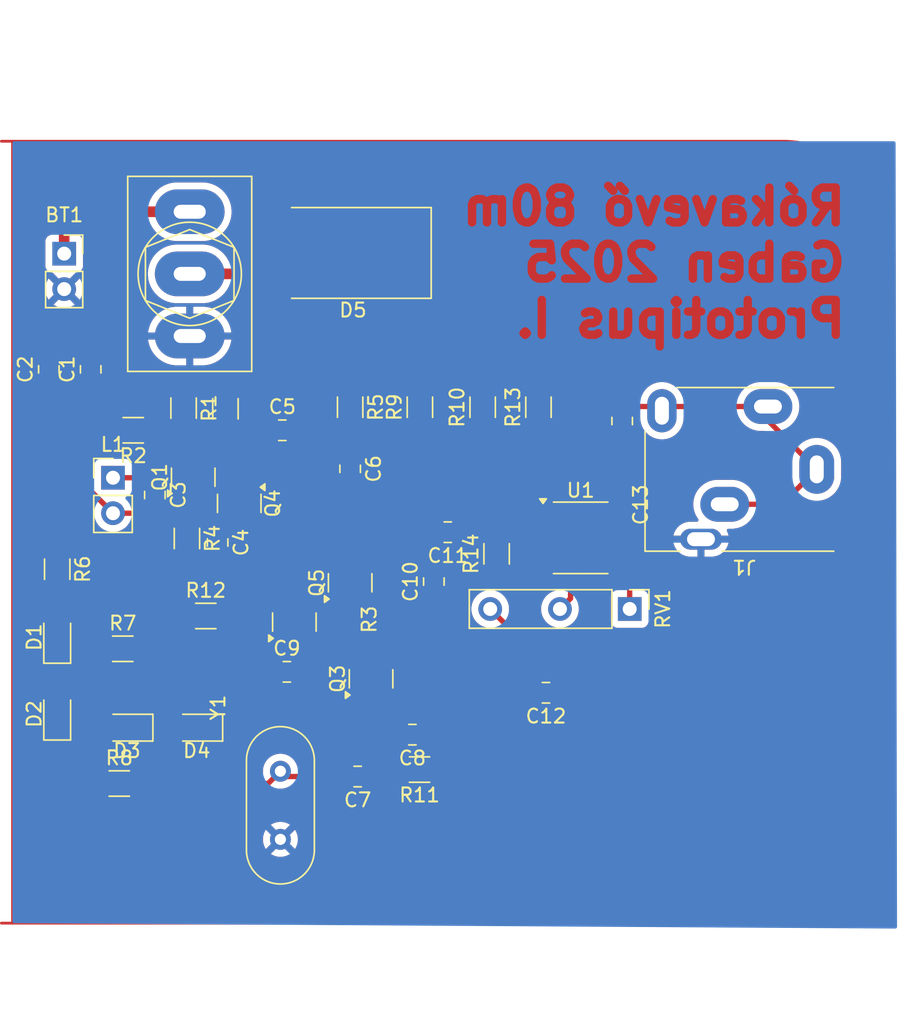
<source format=kicad_pcb>
(kicad_pcb (version 20241229) (generator "pcbnew") (generator_version "9.0")
  (layers (0 "F.Cu" signal) (2 "B.Cu" signal) (13 "F.Paste" user) (15 "B.Paste" user) (5 "F.SilkS" user "F.Silkscreen") (7 "B.SilkS" user "B.Silkscreen") (1 "F.Mask" user) (3 "B.Mask" user) (25 "Edge.Cuts" user))
  (net 0 "")
  (net 1 "Net-(D5-K)")
  (net 2 "GND")
  (net 3 "/RF BPF")
  (net 4 "/ANT")
  (net 5 "/LNA")
  (net 6 "Net-(Q2-B)")
  (net 7 "Net-(Q1-C)")
  (net 8 "/SBM")
  (net 9 "Net-(Q3-B)")
  (net 10 "Net-(Q3-E)")
  (net 11 "Net-(Q5-C)")
  (net 12 "Net-(U1A-+)")
  (net 13 "Net-(C12-Pad1)")
  (net 14 "Net-(U1B--)")
  (net 15 "Net-(C13-Pad2)")
  (net 16 "Net-(D1-K)")
  (net 17 "Net-(D1-A)")
  (net 18 "Net-(D2-K)")
  (net 19 "Net-(D3-K)")
  (net 20 "Net-(D5-A)")
  (net 21 "Net-(Q2-E)")
  (net 22 "Net-(U1A--)")
  (net 23 "Net-(U1B-+)")
  (net 24 "Net-(BT1-+)")
  (footprint "Capacitor_SMD:C_0805_2012Metric_Pad1.18x1.45mm_HandSolder" (layer "F.Cu") (at 131.2 101 180)
    (property "Reference" "C11" (at 0 -1.68 0) (layer "F.SilkS"))
    (property "Value" "223")
    (fp_line (start -0.261252 0.735) (end 0.261252 0.735) (stroke (width 0.12)) (layer "F.SilkS"))
    (fp_line (start -0.261252 -0.735) (end 0.261252 -0.735) (stroke (width 0.12)) (layer "F.SilkS"))
    (pad "1" smd roundrect (at -1.0375 0 180) (size 1.175 1.45) (layers "F.Cu" "F.Mask" "F.Paste") (roundrect_rratio 0.212766) (net 12 "Net-(U1A-+)"))
    (pad "2" smd roundrect (at 1.0375 0 180) (size 1.175 1.45) (layers "F.Cu" "F.Mask" "F.Paste") (roundrect_rratio 0.212766) (net 11 "Net-(Q5-C)"))
  )
  (footprint "Diode_SMD:D_SMB-SMC_Universal_Handsoldering" (layer "F.Cu") (at 124.4 81 180)
    (property "Reference" "D5" (at 0 -4.1 0) (layer "F.SilkS"))
    (property "Value" "4148")
    (fp_line (start -5.61 3.25) (end 4.4 3.25) (stroke (width 0.12)) (layer "F.SilkS"))
    (fp_line (start -5.61 3.25) (end -5.61 -3.25) (stroke (width 0.12)) (layer "F.SilkS"))
    (fp_line (start -5.61 -3.25) (end 4.4 -3.25) (stroke (width 0.12)) (layer "F.SilkS"))
    (pad "1" smd trapezoid (at -3.2 0 180) (size 4.3 2.6) (rect_delta 1 0) (layers "F.Cu" "F.Mask" "F.Paste") (net 1 "Net-(D5-K)"))
    (pad "2" smd trapezoid (at 3.2 0) (size 4.3 2.6) (rect_delta 1 0) (layers "F.Cu" "F.Mask" "F.Paste") (net 20 "Net-(D5-A)"))
  )
  (footprint "Connector_Audio:Jack_3.5mm_CUI_SJ1-3515N_Horizontal" (layer "F.Cu") (at 157.65 96.5 180)
    (property "Reference" "J1" (at 5.2 -7 180) (layer "F.SilkS"))
    (property "Value" "AudioJack2_Ground_Switch")
    (fp_line (start 12.31 -5.86) (end 12.31 2.7) (stroke (width 0.12)) (layer "F.SilkS"))
    (fp_line (start 12.31 -5.86) (end 9.8 -5.86) (stroke (width 0.12)) (layer "F.SilkS"))
    (fp_line (start 10 5.86) (end -1.2192 5.86) (stroke (width 0.12)) (layer "F.SilkS"))
    (fp_line (start 6.8 -5.86) (end -1.2192 -5.86) (stroke (width 0.12)) (layer "F.SilkS"))
    (pad "R" thru_hole oval (at 8.3 -5 180) (size 3 1.5) (drill oval 2 1) (layers "*.Cu" "*.Mask") (net 2 "GND"))
    (pad "RN" thru_hole oval (at 6.6 -2.5 180) (size 3.5 2.5) (drill oval 2 1) (layers "*.Cu" "*.Mask") (net 15 "Net-(C13-Pad2)"))
    (pad "S" thru_hole oval (at 0 0 90) (size 3.5 2.5) (drill oval 2 1) (layers "*.Cu" "*.Mask") (net 15 "Net-(C13-Pad2)"))
    (pad "T" thru_hole oval (at 3.5 4.5 180) (size 3.5 2.5) (drill oval 2 1) (layers "*.Cu" "*.Mask") (net 15 "Net-(C13-Pad2)"))
    (pad "TN" thru_hole oval (at 11.1 4.2 270) (size 3.1 2.1) (drill oval 2 1) (layers "*.Cu" "*.Mask") (net 15 "Net-(C13-Pad2)"))
  )
  (footprint "Diode_SMD:D_0805_2012Metric_Pad1.15x1.40mm_HandSolder" (layer "F.Cu") (at 103.2 108.525 90)
    (property "Reference" "D1" (at 0 -1.65 90) (layer "F.SilkS"))
    (property "Value" "4148")
    (fp_line (start 1 -0.96) (end -1.86 -0.96) (stroke (width 0.12)) (layer "F.SilkS"))
    (fp_line (start -1.86 -0.96) (end -1.86 0.96) (stroke (width 0.12)) (layer "F.SilkS"))
    (fp_line (start -1.86 0.96) (end 1 0.96) (stroke (width 0.12)) (layer "F.SilkS"))
    (pad "1" smd roundrect (at -1.025 0 90) (size 1.15 1.4) (layers "F.Cu" "F.Mask" "F.Paste") (roundrect_rratio 0.217391) (net 16 "Net-(D1-K)"))
    (pad "2" smd roundrect (at 1.025 0 90) (size 1.15 1.4) (layers "F.Cu" "F.Mask" "F.Paste") (roundrect_rratio 0.217391) (net 17 "Net-(D1-A)"))
  )
  (footprint "Capacitor_SMD:C_0805_2012Metric_Pad1.18x1.45mm_HandSolder" (layer "F.Cu") (at 130.2 104.5375 90)
    (property "Reference" "C10" (at 0 -1.68 90) (layer "F.SilkS"))
    (property "Value" "223")
    (fp_line (start -0.261252 -0.735) (end 0.261252 -0.735) (stroke (width 0.12)) (layer "F.SilkS"))
    (fp_line (start -0.261252 0.735) (end 0.261252 0.735) (stroke (width 0.12)) (layer "F.SilkS"))
    (pad "1" smd roundrect (at -1.0375 0 90) (size 1.175 1.45) (layers "F.Cu" "F.Mask" "F.Paste") (roundrect_rratio 0.212766) (net 2 "GND"))
    (pad "2" smd roundrect (at 1.0375 0 90) (size 1.175 1.45) (layers "F.Cu" "F.Mask" "F.Paste") (roundrect_rratio 0.212766) (net 11 "Net-(Q5-C)"))
  )
  (footprint "Capacitor_SMD:C_0805_2012Metric_Pad1.18x1.45mm_HandSolder" (layer "F.Cu") (at 105.6 89.3375 90)
    (property "Reference" "C1" (at 0 -1.68 90) (layer "F.SilkS"))
    (property "Value" "476")
    (fp_line (start -0.261252 -0.735) (end 0.261252 -0.735) (stroke (width 0.12)) (layer "F.SilkS"))
    (fp_line (start -0.261252 0.735) (end 0.261252 0.735) (stroke (width 0.12)) (layer "F.SilkS"))
    (pad "1" smd roundrect (at -1.0375 0 90) (size 1.175 1.45) (layers "F.Cu" "F.Mask" "F.Paste") (roundrect_rratio 0.212766) (net 1 "Net-(D5-K)"))
    (pad "2" smd roundrect (at 1.0375 0 90) (size 1.175 1.45) (layers "F.Cu" "F.Mask" "F.Paste") (roundrect_rratio 0.212766) (net 2 "GND"))
  )
  (footprint "Resistor_SMD:R_1206_3216Metric_Pad1.30x1.75mm_HandSolder" (layer "F.Cu") (at 129.2 92.05 90)
    (property "Reference" "R9" (at 0 -1.83 90) (layer "F.SilkS"))
    (property "Value" "222")
    (fp_line (start -0.727064 -0.91) (end 0.727064 -0.91) (stroke (width 0.12)) (layer "F.SilkS"))
    (fp_line (start -0.727064 0.91) (end 0.727064 0.91) (stroke (width 0.12)) (layer "F.SilkS"))
    (pad "1" smd roundrect (at -1.55 0 90) (size 1.3 1.75) (layers "F.Cu" "F.Mask" "F.Paste") (roundrect_rratio 0.192308) (net 8 "/SBM"))
    (pad "2" smd roundrect (at 1.55 0 90) (size 1.3 1.75) (layers "F.Cu" "F.Mask" "F.Paste") (roundrect_rratio 0.192308) (net 1 "Net-(D5-K)"))
  )
  (footprint "Resistor_SMD:R_1206_3216Metric_Pad1.30x1.75mm_HandSolder" (layer "F.Cu") (at 103.2 103.65 -90)
    (property "Reference" "R6" (at 0 -1.83 90) (layer "F.SilkS"))
    (property "Value" "103")
    (fp_line (start -0.727064 0.91) (end 0.727064 0.91) (stroke (width 0.12)) (layer "F.SilkS"))
    (fp_line (start -0.727064 -0.91) (end 0.727064 -0.91) (stroke (width 0.12)) (layer "F.SilkS"))
    (pad "1" smd roundrect (at -1.55 0 270) (size 1.3 1.75) (layers "F.Cu" "F.Mask" "F.Paste") (roundrect_rratio 0.192308) (net 1 "Net-(D5-K)"))
    (pad "2" smd roundrect (at 1.55 0 270) (size 1.3 1.75) (layers "F.Cu" "F.Mask" "F.Paste") (roundrect_rratio 0.192308) (net 17 "Net-(D1-A)"))
  )
  (footprint "Resistor_SMD:R_1206_3216Metric_Pad1.30x1.75mm_HandSolder" (layer "F.Cu") (at 129.175 118 180)
    (property "Reference" "R11" (at 0 -1.83 0) (layer "F.SilkS"))
    (property "Value" "102")
    (fp_line (start -0.727064 0.91) (end 0.727064 0.91) (stroke (width 0.12)) (layer "F.SilkS"))
    (fp_line (start -0.727064 -0.91) (end 0.727064 -0.91) (stroke (width 0.12)) (layer "F.SilkS"))
    (pad "1" smd roundrect (at -1.55 0 180) (size 1.3 1.75) (layers "F.Cu" "F.Mask" "F.Paste") (roundrect_rratio 0.192308) (net 2 "GND"))
    (pad "2" smd roundrect (at 1.55 0 180) (size 1.3 1.75) (layers "F.Cu" "F.Mask" "F.Paste") (roundrect_rratio 0.192308) (net 10 "Net-(Q3-E)"))
  )
  (footprint "Resistor_SMD:R_1206_3216Metric_Pad1.30x1.75mm_HandSolder" (layer "F.Cu") (at 112.5 101.45 -90)
    (property "Reference" "R4" (at 0 -1.83 90) (layer "F.SilkS"))
    (property "Value" "222")
    (fp_line (start -0.727064 0.91) (end 0.727064 0.91) (stroke (width 0.12)) (layer "F.SilkS"))
    (fp_line (start -0.727064 -0.91) (end 0.727064 -0.91) (stroke (width 0.12)) (layer "F.SilkS"))
    (pad "1" smd roundrect (at -1.55 0 270) (size 1.3 1.75) (layers "F.Cu" "F.Mask" "F.Paste") (roundrect_rratio 0.192308) (net 5 "/LNA"))
    (pad "2" smd roundrect (at 1.55 0 270) (size 1.3 1.75) (layers "F.Cu" "F.Mask" "F.Paste") (roundrect_rratio 0.192308) (net 2 "GND"))
  )
  (footprint "Package_TO_SOT_SMD:SOT-23" (layer "F.Cu") (at 120.2 107.4375 90)
    (property "Reference" "Q2" (hide yes))
    (property "Value" "BC847")
    (fp_line (start 0 -1.56) (end 0.65 -1.56) (stroke (width 0.12)) (layer "F.SilkS"))
    (fp_line (start 0 -1.56) (end -0.65 -1.56) (stroke (width 0.12)) (layer "F.SilkS"))
    (fp_line (start 0 1.56) (end 0.65 1.56) (stroke (width 0.12)) (layer "F.SilkS"))
    (fp_line (start 0 1.56) (end -0.65 1.56) (stroke (width 0.12)) (layer "F.SilkS"))
    (fp_poly (pts (xy -1.1625 -1.51) (xy -1.4025 -1.84) (xy -0.9225 -1.84)) (stroke (width 0.12)) (fill yes) (layer "F.SilkS"))
    (pad "1" smd roundrect (at -0.9375 -0.95 90) (size 1.475 0.6) (layers "F.Cu" "F.Mask" "F.Paste") (net 6 "Net-(Q2-B)"))
    (pad "2" smd roundrect (at -0.9375 0.95 90) (size 1.475 0.6) (layers "F.Cu" "F.Mask" "F.Paste") (net 21 "Net-(Q2-E)"))
    (pad "3" smd roundrect (at 0.9375 0 90) (size 1.475 0.6) (layers "F.Cu" "F.Mask" "F.Paste") (net 8 "/SBM"))
  )
  (footprint "Capacitor_SMD:C_0805_2012Metric_Pad1.18x1.45mm_HandSolder" (layer "F.Cu") (at 114.7 101.7375 -90)
    (property "Reference" "C4" (at 0 -1.68 90) (layer "F.SilkS"))
    (property "Value" "223")
    (fp_line (start -0.261252 0.735) (end 0.261252 0.735) (stroke (width 0.12)) (layer "F.SilkS"))
    (fp_line (start -0.261252 -0.735) (end 0.261252 -0.735) (stroke (width 0.12)) (layer "F.SilkS"))
    (pad "1" smd roundrect (at -1.0375 0 270) (size 1.175 1.45) (layers "F.Cu" "F.Mask" "F.Paste") (roundrect_rratio 0.212766) (net 5 "/LNA"))
    (pad "2" smd roundrect (at 1.0375 0 270) (size 1.175 1.45) (layers "F.Cu" "F.Mask" "F.Paste") (roundrect_rratio 0.212766) (net 2 "GND"))
  )
  (footprint "Package_TO_SOT_SMD:SOT-23" (layer "F.Cu") (at 125.7 111.5 90)
    (property "Reference" "Q3" (at 0 -2.4 90) (layer "F.SilkS"))
    (property "Value" "BC847")
    (fp_line (start 0 -1.56) (end 0.65 -1.56) (stroke (width 0.12)) (layer "F.SilkS"))
    (fp_line (start 0 -1.56) (end -0.65 -1.56) (stroke (width 0.12)) (layer "F.SilkS"))
    (fp_line (start 0 1.56) (end 0.65 1.56) (stroke (width 0.12)) (layer "F.SilkS"))
    (fp_line (start 0 1.56) (end -0.65 1.56) (stroke (width 0.12)) (layer "F.SilkS"))
    (fp_poly (pts (xy -1.1625 -1.51) (xy -1.4025 -1.84) (xy -0.9225 -1.84)) (stroke (width 0.12)) (fill yes) (layer "F.SilkS"))
    (pad "1" smd roundrect (at -0.9375 -0.95 90) (size 1.475 0.6) (layers "F.Cu" "F.Mask" "F.Paste") (net 9 "Net-(Q3-B)"))
    (pad "2" smd roundrect (at -0.9375 0.95 90) (size 1.475 0.6) (layers "F.Cu" "F.Mask" "F.Paste") (net 10 "Net-(Q3-E)"))
    (pad "3" smd roundrect (at 0.9375 0 90) (size 1.475 0.6) (layers "F.Cu" "F.Mask" "F.Paste") (net 21 "Net-(Q2-E)"))
  )
  (footprint "Capacitor_SMD:C_0805_2012Metric_Pad1.18x1.45mm_HandSolder" (layer "F.Cu") (at 119.6625 111)
    (property "Reference" "C9" (at 0 -1.68 0) (layer "F.SilkS"))
    (property "Value" "223")
    (fp_line (start -0.261252 -0.735) (end 0.261252 -0.735) (stroke (width 0.12)) (layer "F.SilkS"))
    (fp_line (start -0.261252 0.735) (end 0.261252 0.735) (stroke (width 0.12)) (layer "F.SilkS"))
    (pad "1" smd roundrect (at -1.0375 0) (size 1.175 1.45) (layers "F.Cu" "F.Mask" "F.Paste") (roundrect_rratio 0.212766) (net 2 "GND"))
    (pad "2" smd roundrect (at 1.0375 0) (size 1.175 1.45) (layers "F.Cu" "F.Mask" "F.Paste") (roundrect_rratio 0.212766) (net 8 "/SBM"))
  )
  (footprint "Connector_PinHeader_2.54mm:PinHeader_1x03_P2.54mm_Vertical" (layer "F.Cu") (at 144.24 106.5 -90)
    (property "Reference" "RV1" (at 0 -2.38 90) (layer "F.SilkS"))
    (property "Value" "R_Potentiometer")
    (fp_line (start -1.38 11.5) (end 1.38 11.5) (stroke (width 0.12)) (layer "F.SilkS"))
    (fp_line (start -1.38 1.27) (end -1.38 11.5) (stroke (width 0.12)) (layer "F.SilkS"))
    (fp_line (start -1.38 1.27) (end 1.38 1.27) (stroke (width 0.12)) (layer "F.SilkS"))
    (fp_line (start 1.38 1.27) (end 1.38 11.5) (stroke (width 0.12)) (layer "F.SilkS"))
    (fp_line (start -1.38 0) (end -1.38 -1.38) (stroke (width 0.12)) (layer "F.SilkS"))
    (fp_line (start -1.38 -1.38) (end 0 -1.38) (stroke (width 0.12)) (layer "F.SilkS"))
    (pad "1" thru_hole rect (at 0 0 270) (size 1.7 1.7) (drill 1) (layers "*.Cu" "*.Mask") (net 23 "Net-(U1B-+)"))
    (pad "2" thru_hole circle (at 0 5 270) (size 1.7 1.7) (drill 1) (layers "*.Cu" "*.Mask") (net 22 "Net-(U1A--)"))
    (pad "3" thru_hole circle (at 0 10 270) (size 1.7 1.7) (drill 1) (layers "*.Cu" "*.Mask") (net 13 "Net-(C12-Pad1)"))
  )
  (footprint "Capacitor_SMD:C_0805_2012Metric_Pad1.18x1.45mm_HandSolder" (layer "F.Cu") (at 119.3375 93.7)
    (property "Reference" "C5" (at 0 -1.68 0) (layer "F.SilkS"))
    (property "Value" "223")
    (fp_line (start -0.261252 -0.735) (end 0.261252 -0.735) (stroke (width 0.12)) (layer "F.SilkS"))
    (fp_line (start -0.261252 0.735) (end 0.261252 0.735) (stroke (width 0.12)) (layer "F.SilkS"))
    (pad "1" smd roundrect (at -1.0375 0) (size 1.175 1.45) (layers "F.Cu" "F.Mask" "F.Paste") (roundrect_rratio 0.212766) (net 7 "Net-(Q1-C)"))
    (pad "2" smd roundrect (at 1.0375 0) (size 1.175 1.45) (layers "F.Cu" "F.Mask" "F.Paste") (roundrect_rratio 0.212766) (net 6 "Net-(Q2-B)"))
  )
  (footprint "Package_SO:SOIC-8_3.9x4.9mm_P1.27mm" (layer "F.Cu") (at 140.725 101.405)
    (property "Reference" "U1" (at 0 -3.4 0) (layer "F.SilkS"))
    (property "Value" "LM358")
    (fp_line (start 0 -2.56) (end -1.95 -2.56) (stroke (width 0.12)) (layer "F.SilkS"))
    (fp_line (start 0 -2.56) (end 1.95 -2.56) (stroke (width 0.12)) (layer "F.SilkS"))
    (fp_line (start 0 2.56) (end -1.95 2.56) (stroke (width 0.12)) (layer "F.SilkS"))
    (fp_line (start 0 2.56) (end 1.95 2.56) (stroke (width 0.12)) (layer "F.SilkS"))
    (fp_poly (pts (xy -2.7 -2.465) (xy -2.94 -2.795) (xy -2.46 -2.795)) (stroke (width 0.12)) (fill yes) (layer "F.SilkS"))
    (pad "1" smd roundrect (at -2.475 -1.905) (size 1.95 0.6) (layers "F.Cu" "F.Mask" "F.Paste") (net 23 "Net-(U1B-+)"))
    (pad "2" smd roundrect (at -2.475 -0.635) (size 1.95 0.6) (layers "F.Cu" "F.Mask" "F.Paste") (net 22 "Net-(U1A--)"))
    (pad "3" smd roundrect (at -2.475 0.635) (size 1.95 0.6) (layers "F.Cu" "F.Mask" "F.Paste") (net 12 "Net-(U1A-+)"))
    (pad "4" smd roundrect (at -2.475 1.905) (size 1.95 0.6) (layers "F.Cu" "F.Mask" "F.Paste") (net 2 "GND"))
    (pad "5" smd roundrect (at 2.475 1.905) (size 1.95 0.6) (layers "F.Cu" "F.Mask" "F.Paste") (net 23 "Net-(U1B-+)"))
    (pad "6" smd roundrect (at 2.475 0.635) (size 1.95 0.6) (layers "F.Cu" "F.Mask" "F.Paste") (net 14 "Net-(U1B--)"))
    (pad "7" smd roundrect (at 2.475 -0.635) (size 1.95 0.6) (layers "F.Cu" "F.Mask" "F.Paste") (net 14 "Net-(U1B--)"))
    (pad "8" smd roundrect (at 2.475 -1.905) (size 1.95 0.6) (layers "F.Cu" "F.Mask" "F.Paste") (net 1 "Net-(D5-K)"))
  )
  (footprint "Capacitor_SMD:C_0805_2012Metric_Pad1.18x1.45mm_HandSolder" (layer "F.Cu") (at 110.2 98.3375 -90)
    (property "Reference" "C3" (at 0 -1.68 90) (layer "F.SilkS"))
    (property "Value" "181")
    (fp_line (start -0.261252 0.735) (end 0.261252 0.735) (stroke (width 0.12)) (layer "F.SilkS"))
    (fp_line (start -0.261252 -0.735) (end 0.261252 -0.735) (stroke (width 0.12)) (layer "F.SilkS"))
    (pad "1" smd roundrect (at -1.0375 0 270) (size 1.175 1.45) (layers "F.Cu" "F.Mask" "F.Paste") (roundrect_rratio 0.212766) (net 4 "/ANT"))
    (pad "2" smd roundrect (at 1.0375 0 270) (size 1.175 1.45) (layers "F.Cu" "F.Mask" "F.Paste") (roundrect_rratio 0.212766) (net 3 "/RF BPF"))
  )
  (footprint "Diode_SMD:D_0805_2012Metric_Pad1.15x1.40mm_HandSolder" (layer "F.Cu") (at 113.2 115 180)
    (property "Reference" "D4" (at 0 -1.65 0) (layer "F.SilkS"))
    (property "Value" "4148")
    (fp_line (start 1 -0.96) (end -1.86 -0.96) (stroke (width 0.12)) (layer "F.SilkS"))
    (fp_line (start -1.86 0.96) (end 1 0.96) (stroke (width 0.12)) (layer "F.SilkS"))
    (fp_line (start -1.86 -0.96) (end -1.86 0.96) (stroke (width 0.12)) (layer "F.SilkS"))
    (pad "1" smd roundrect (at -1.025 0 180) (size 1.15 1.4) (layers "F.Cu" "F.Mask" "F.Paste") (roundrect_rratio 0.217391) (net 2 "GND"))
    (pad "2" smd roundrect (at 1.025 0 180) (size 1.15 1.4) (layers "F.Cu" "F.Mask" "F.Paste") (roundrect_rratio 0.217391) (net 19 "Net-(D3-K)"))
  )
  (footprint "Package_TO_SOT_SMD:SOT-23" (layer "F.Cu") (at 124.2 104.625 90)
    (property "Reference" "Q5" (at 0 -2.4 90) (layer "F.SilkS"))
    (property "Value" "BC847")
    (fp_line (start 0 -1.56) (end 0.65 -1.56) (stroke (width 0.12)) (layer "F.SilkS"))
    (fp_line (start 0 -1.56) (end -0.65 -1.56) (stroke (width 0.12)) (layer "F.SilkS"))
    (fp_line (start 0 1.56) (end 0.65 1.56) (stroke (width 0.12)) (layer "F.SilkS"))
    (fp_line (start 0 1.56) (end -0.65 1.56) (stroke (width 0.12)) (layer "F.SilkS"))
    (fp_poly (pts (xy -1.1625 -1.51) (xy -1.4025 -1.84) (xy -0.9225 -1.84)) (stroke (width 0.12)) (fill yes) (layer "F.SilkS"))
    (pad "1" smd roundrect (at -0.9375 -0.95 90) (size 1.475 0.6) (layers "F.Cu" "F.Mask" "F.Paste") (net 8 "/SBM"))
    (pad "2" smd roundrect (at -0.9375 0.95 90) (size 1.475 0.6) (layers "F.Cu" "F.Mask" "F.Paste") (net 21 "Net-(Q2-E)"))
    (pad "3" smd roundrect (at 0.9375 0 90) (size 1.475 0.6) (layers "F.Cu" "F.Mask" "F.Paste") (net 11 "Net-(Q5-C)"))
  )
  (footprint "Connector_PinHeader_2.54mm:PinHeader_1x02_P2.54mm_Vertical" (layer "F.Cu") (at 107.2 97.1)
    (property "Reference" "L1" (at 0 -2.38 0) (layer "F.SilkS"))
    (property "Value" "210cm9me")
    (fp_line (start -1.38 -1.38) (end 0 -1.38) (stroke (width 0.12)) (layer "F.SilkS"))
    (fp_line (start -1.38 0) (end -1.38 -1.38) (stroke (width 0.12)) (layer "F.SilkS"))
    (fp_line (start -1.38 1.27) (end -1.38 3.92) (stroke (width 0.12)) (layer "F.SilkS"))
    (fp_line (start -1.38 1.27) (end 1.38 1.27) (stroke (width 0.12)) (layer "F.SilkS"))
    (fp_line (start -1.38 3.92) (end 1.38 3.92) (stroke (width 0.12)) (layer "F.SilkS"))
    (fp_line (start 1.38 1.27) (end 1.38 3.92) (stroke (width 0.12)) (layer "F.SilkS"))
    (pad "1" thru_hole rect (at 0 0) (size 1.7 1.7) (drill 1) (layers "*.Cu" "*.Mask") (net 4 "/ANT"))
    (pad "2" thru_hole circle (at 0 2.54) (size 1.7 1.7) (drill 1) (layers "*.Cu" "*.Mask") (net 3 "/RF BPF"))
  )
  (footprint "Resistor_SMD:R_1206_3216Metric_Pad1.30x1.75mm_HandSolder" (layer "F.Cu") (at 133.7 92.05 90)
    (property "Reference" "R10" (at 0 -1.83 90) (layer "F.SilkS"))
    (property "Value" "222")
    (fp_line (start -0.727064 -0.91) (end 0.727064 -0.91) (stroke (width 0.12)) (layer "F.SilkS"))
    (fp_line (start -0.727064 0.91) (end 0.727064 0.91) (stroke (width 0.12)) (layer "F.SilkS"))
    (pad "1" smd roundrect (at -1.55 0 90) (size 1.3 1.75) (layers "F.Cu" "F.Mask" "F.Paste") (roundrect_rratio 0.192308) (net 11 "Net-(Q5-C)"))
    (pad "2" smd roundrect (at 1.55 0 90) (size 1.3 1.75) (layers "F.Cu" "F.Mask" "F.Paste") (roundrect_rratio 0.192308) (net 1 "Net-(D5-K)"))
  )
  (footprint "Resistor_SMD:R_1206_3216Metric_Pad1.30x1.75mm_HandSolder" (layer "F.Cu") (at 137.7 92.05 90)
    (property "Reference" "R13" (at 0 -1.83 90) (layer "F.SilkS"))
    (property "Value" "224")
    (fp_line (start -0.727064 -0.91) (end 0.727064 -0.91) (stroke (width 0.12)) (layer "F.SilkS"))
    (fp_line (start -0.727064 0.91) (end 0.727064 0.91) (stroke (width 0.12)) (layer "F.SilkS"))
    (pad "1" smd roundrect (at -1.55 0 90) (size 1.3 1.75) (layers "F.Cu" "F.Mask" "F.Paste") (roundrect_rratio 0.192308) (net 12 "Net-(U1A-+)"))
    (pad "2" smd roundrect (at 1.55 0 90) (size 1.3 1.75) (layers "F.Cu" "F.Mask" "F.Paste") (roundrect_rratio 0.192308) (net 1 "Net-(D5-K)"))
  )
  (footprint "Capacitor_SMD:C_0805_2012Metric_Pad1.18x1.45mm_HandSolder" (layer "F.Cu") (at 102.6 89.3375 90)
    (property "Reference" "C2" (at 0 -1.68 90) (layer "F.SilkS"))
    (property "Value" "223")
    (fp_line (start -0.261252 -0.735) (end 0.261252 -0.735) (stroke (width 0.12)) (layer "F.SilkS"))
    (fp_line (start -0.261252 0.735) (end 0.261252 0.735) (stroke (width 0.12)) (layer "F.SilkS"))
    (pad "1" smd roundrect (at -1.0375 0 90) (size 1.175 1.45) (layers "F.Cu" "F.Mask" "F.Paste") (roundrect_rratio 0.212766) (net 1 "Net-(D5-K)"))
    (pad "2" smd roundrect (at 1.0375 0 90) (size 1.175 1.45) (layers "F.Cu" "F.Mask" "F.Paste") (roundrect_rratio 0.212766) (net 2 "GND"))
  )
  (footprint "Resistor_SMD:R_1206_3216Metric_Pad1.30x1.75mm_HandSolder" (layer "F.Cu") (at 107.9 109.35)
    (property "Reference" "R7" (at 0 -1.83 0) (layer "F.SilkS"))
    (property "Value" "103")
    (fp_line (start -0.727064 -0.91) (end 0.727064 -0.91) (stroke (width 0.12)) (layer "F.SilkS"))
    (fp_line (start -0.727064 0.91) (end 0.727064 0.91) (stroke (width 0.12)) (layer "F.SilkS"))
    (pad "1" smd roundrect (at -1.55 0) (size 1.3 1.75) (layers "F.Cu" "F.Mask" "F.Paste") (roundrect_rratio 0.192308) (net 17 "Net-(D1-A)"))
    (pad "2" smd roundrect (at 1.55 0) (size 1.3 1.75) (layers "F.Cu" "F.Mask" "F.Paste") (roundrect_rratio 0.192308) (net 6 "Net-(Q2-B)"))
  )
  (footprint "Diode_SMD:D_0805_2012Metric_Pad1.15x1.40mm_HandSolder" (layer "F.Cu") (at 108.2 115 180)
    (property "Reference" "D3" (at 0 -1.65 0) (layer "F.SilkS"))
    (property "Value" "4148")
    (fp_line (start 1 -0.96) (end -1.86 -0.96) (stroke (width 0.12)) (layer "F.SilkS"))
    (fp_line (start -1.86 0.96) (end 1 0.96) (stroke (width 0.12)) (layer "F.SilkS"))
    (fp_line (start -1.86 -0.96) (end -1.86 0.96) (stroke (width 0.12)) (layer "F.SilkS"))
    (pad "1" smd roundrect (at -1.025 0 180) (size 1.15 1.4) (layers "F.Cu" "F.Mask" "F.Paste") (roundrect_rratio 0.217391) (net 19 "Net-(D3-K)"))
    (pad "2" smd roundrect (at 1.025 0 180) (size 1.15 1.4) (layers "F.Cu" "F.Mask" "F.Paste") (roundrect_rratio 0.217391) (net 18 "Net-(D2-K)"))
  )
  (footprint "Diode_SMD:D_0805_2012Metric_Pad1.15x1.40mm_HandSolder" (layer "F.Cu") (at 103.2 114.025 90)
    (property "Reference" "D2" (at 0 -1.65 90) (layer "F.SilkS"))
    (property "Value" "4148")
    (fp_line (start 1 -0.96) (end -1.86 -0.96) (stroke (width 0.12)) (layer "F.SilkS"))
    (fp_line (start -1.86 -0.96) (end -1.86 0.96) (stroke (width 0.12)) (layer "F.SilkS"))
    (fp_line (start -1.86 0.96) (end 1 0.96) (stroke (width 0.12)) (layer "F.SilkS"))
    (pad "1" smd roundrect (at -1.025 0 90) (size 1.15 1.4) (layers "F.Cu" "F.Mask" "F.Paste") (roundrect_rratio 0.217391) (net 18 "Net-(D2-K)"))
    (pad "2" smd roundrect (at 1.025 0 90) (size 1.15 1.4) (layers "F.Cu" "F.Mask" "F.Paste") (roundrect_rratio 0.217391) (net 16 "Net-(D1-K)"))
  )
  (footprint "Capacitor_SMD:C_0805_2012Metric_Pad1.18x1.45mm_HandSolder" (layer "F.Cu") (at 124.2 96.4625 -90)
    (property "Reference" "C6" (at 0 -1.68 90) (layer "F.SilkS"))
    (property "Value" "223")
    (fp_line (start -0.261252 0.735) (end 0.261252 0.735) (stroke (width 0.12)) (layer "F.SilkS"))
    (fp_line (start -0.261252 -0.735) (end 0.261252 -0.735) (stroke (width 0.12)) (layer "F.SilkS"))
    (pad "1" smd roundrect (at -1.0375 0 270) (size 1.175 1.45) (layers "F.Cu" "F.Mask" "F.Paste") (roundrect_rratio 0.212766) (net 6 "Net-(Q2-B)"))
    (pad "2" smd roundrect (at 1.0375 0 270) (size 1.175 1.45) (layers "F.Cu" "F.Mask" "F.Paste") (roundrect_rratio 0.212766) (net 8 "/SBM"))
  )
  (footprint "Resistor_SMD:R_1206_3216Metric_Pad1.30x1.75mm_HandSolder" (layer "F.Cu") (at 108.65 93.7 180)
    (property "Reference" "R2" (at 0 -1.83 0) (layer "F.SilkS"))
    (property "Value" "224")
    (fp_line (start -0.727064 0.91) (end 0.727064 0.91) (stroke (width 0.12)) (layer "F.SilkS"))
    (fp_line (start -0.727064 -0.91) (end 0.727064 -0.91) (stroke (width 0.12)) (layer "F.SilkS"))
    (pad "1" smd roundrect (at -1.55 0 180) (size 1.3 1.75) (layers "F.Cu" "F.Mask" "F.Paste") (roundrect_rratio 0.192308) (net 4 "/ANT"))
    (pad "2" smd roundrect (at 1.55 0 180) (size 1.3 1.75) (layers "F.Cu" "F.Mask" "F.Paste") (roundrect_rratio 0.192308) (net 2 "GND"))
  )
  (footprint "Package_TO_SOT_SMD:SOT-23" (layer "F.Cu") (at 112.95 97.0625 90)
    (property "Reference" "Q1" (at 0 -2.4 90) (layer "F.SilkS"))
    (property "Value" "BC847")
    (fp_line (start 0 -1.56) (end 0.65 -1.56) (stroke (width 0.12)) (layer "F.SilkS"))
    (fp_line (start 0 -1.56) (end -0.65 -1.56) (stroke (width 0.12)) (layer "F.SilkS"))
    (fp_line (start 0 1.56) (end 0.65 1.56) (stroke (width 0.12)) (layer "F.SilkS"))
    (fp_line (start 0 1.56) (end -0.65 1.56) (stroke (width 0.12)) (layer "F.SilkS"))
    (fp_poly (pts (xy -1.1625 -1.51) (xy -1.4025 -1.84) (xy -0.9225 -1.84)) (stroke (width 0.12)) (fill yes) (layer "F.SilkS"))
    (pad "1" smd roundrect (at -0.9375 -0.95 90) (size 1.475 0.6) (layers "F.Cu" "F.Mask" "F.Paste") (net 4 "/ANT"))
    (pad "2" smd roundrect (at -0.9375 0.95 90) (size 1.475 0.6) (layers "F.Cu" "F.Mask" "F.Paste") (net 5 "/LNA"))
    (pad "3" smd roundrect (at 0.9375 0 90) (size 1.475 0.6) (layers "F.Cu" "F.Mask" "F.Paste") (net 7 "Net-(Q1-C)"))
  )
  (footprint "Resistor_SMD:R_1206_3216Metric_Pad1.30x1.75mm_HandSolder" (layer "F.Cu") (at 134.7 102.55 90)
    (property "Reference" "R14" (at 0 -1.83 90) (layer "F.SilkS"))
    (property "Value" "224")
    (fp_line (start -0.727064 -0.91) (end 0.727064 -0.91) (stroke (width 0.12)) (layer "F.SilkS"))
    (fp_line (start -0.727064 0.91) (end 0.727064 0.91) (stroke (width 0.12)) (layer "F.SilkS"))
    (pad "1" smd roundrect (at -1.55 0 90) (size 1.3 1.75) (layers "F.Cu" "F.Mask" "F.Paste") (roundrect_rratio 0.192308) (net 2 "GND"))
    (pad "2" smd roundrect (at 1.55 0 90) (size 1.3 1.75) (layers "F.Cu" "F.Mask" "F.Paste") (roundrect_rratio 0.192308) (net 12 "Net-(U1A-+)"))
  )
  (footprint "Package_TO_SOT_SMD:SOT-23" (layer "F.Cu") (at 116.25 98.9375 -90)
    (property "Reference" "Q4" (at 0 -2.4 90) (layer "F.SilkS"))
    (property "Value" "BC847")
    (fp_line (start 0 1.56) (end -0.65 1.56) (stroke (width 0.12)) (layer "F.SilkS"))
    (fp_line (start 0 1.56) (end 0.65 1.56) (stroke (width 0.12)) (layer "F.SilkS"))
    (fp_line (start 0 -1.56) (end -0.65 -1.56) (stroke (width 0.12)) (layer "F.SilkS"))
    (fp_line (start 0 -1.56) (end 0.65 -1.56) (stroke (width 0.12)) (layer "F.SilkS"))
    (fp_poly (pts (xy -1.1625 -1.51) (xy -1.4025 -1.84) (xy -0.9225 -1.84)) (stroke (width 0.12)) (fill yes) (layer "F.SilkS"))
    (pad "1" smd roundrect (at -0.9375 -0.95 270) (size 1.475 0.6) (layers "F.Cu" "F.Mask" "F.Paste") (net 3 "/RF BPF"))
    (pad "2" smd roundrect (at -0.9375 0.95 270) (size 1.475 0.6) (layers "F.Cu" "F.Mask" "F.Paste") (net 5 "/LNA"))
    (pad "3" smd roundrect (at 0.9375 0 270) (size 1.475 0.6) (layers "F.Cu" "F.Mask" "F.Paste") (net 6 "Net-(Q2-B)"))
  )
  (footprint "Resistor_SMD:R_1206_3216Metric_Pad1.30x1.75mm_HandSolder" (layer "F.Cu") (at 112.26 92.1125 -90)
    (property "Reference" "R1" (at 0 -1.83 90) (layer "F.SilkS"))
    (property "Value" "224")
    (fp_line (start -0.727064 0.91) (end 0.727064 0.91) (stroke (width 0.12)) (layer "F.SilkS"))
    (fp_line (start -0.727064 -0.91) (end 0.727064 -0.91) (stroke (width 0.12)) (layer "F.SilkS"))
    (pad "1" smd roundrect (at -1.55 0 270) (size 1.3 1.75) (layers "F.Cu" "F.Mask" "F.Paste") (roundrect_rratio 0.192308) (net 1 "Net-(D5-K)"))
    (pad "2" smd roundrect (at 1.55 0 270) (size 1.3 1.75) (layers "F.Cu" "F.Mask" "F.Paste") (roundrect_rratio 0.192308) (net 4 "/ANT"))
  )
  (footprint "Resistor_SMD:R_1206_3216Metric_Pad1.30x1.75mm_HandSolder" (layer "F.Cu") (at 115.26 92.1625 -90)
    (property "Reference" "R3" (at 15.09 -10.31 90) (layer "F.SilkS"))
    (property "Value" "222")
    (fp_line (start -0.727064 0.91) (end 0.727064 0.91) (stroke (width 0.12)) (layer "F.SilkS"))
    (fp_line (start -0.727064 -0.91) (end 0.727064 -0.91) (stroke (width 0.12)) (layer "F.SilkS"))
    (pad "1" smd roundrect (at -1.55 0 270) (size 1.3 1.75) (layers "F.Cu" "F.Mask" "F.Paste") (roundrect_rratio 0.192308) (net 1 "Net-(D5-K)"))
    (pad "2" smd roundrect (at 1.55 0 270) (size 1.3 1.75) (layers "F.Cu" "F.Mask" "F.Paste") (roundrect_rratio 0.192308) (net 7 "Net-(Q1-C)"))
  )
  (footprint "Library:SW_Toggle_Blue_wSlots" (layer "F.Cu") (at 112.7 82.5 90)
    (property "Reference" "SW1" (hide yes))
    (property "Value" "SW_Nidec_CAS-120A1")
    (fp_line (start 6.985 -4.445) (end 6.985 4.445) (stroke (width 0.12)) (layer "F.SilkS"))
    (fp_line (start -6.985 -4.445) (end 6.985 -4.445) (stroke (width 0.12)) (layer "F.SilkS"))
    (fp_line (start 1.905 -3.175) (end 3.175 0) (stroke (width 0.12)) (layer "F.SilkS"))
    (fp_line (start -1.905 -3.175) (end 1.905 -3.175) (stroke (width 0.12)) (layer "F.SilkS"))
    (fp_line (start 3.175 0) (end 1.905 3.175) (stroke (width 0.12)) (layer "F.SilkS"))
    (fp_line (start -3.175 0) (end -1.905 -3.175) (stroke (width 0.12)) (layer "F.SilkS"))
    (fp_line (start 1.905 3.175) (end -1.905 3.175) (stroke (width 0.12)) (layer "F.SilkS"))
    (fp_line (start -1.905 3.175) (end -3.175 0) (stroke (width 0.12)) (layer "F.SilkS"))
    (fp_line (start 6.985 4.445) (end -6.985 4.445) (stroke (width 0.12)) (layer "F.SilkS"))
    (fp_line (start -6.985 4.445) (end -6.985 -4.445) (stroke (width 0.12)) (layer "F.SilkS"))
    (fp_circle (center 0 0) (end 1.905 3.175) (stroke (width 0.12)) (fill no) (layer "F.SilkS"))
    (pad "1" thru_hole oval (at -4.45 0 90) (size 3.2 5) (drill oval 1 2.3) (layers "*.Cu") (net 2 "GND"))
    (pad "2" thru_hole oval (at 0 0 90) (size 3.2 5) (drill oval 1 2.3) (layers "*.Cu") (net 20 "Net-(D5-A)"))
    (pad "3" thru_hole oval (at 4.45 0 90) (size 3.2 5) (drill oval 1 2.3) (layers "*.Cu") (net 24 "Net-(BT1-+)"))
  )
  (footprint "Connector_PinSocket_2.54mm:PinSocket_1x02_P2.54mm_Vertical" (layer "F.Cu") (at 103.7 81.05)
    (property "Reference" "BT1" (at 0 -2.77 0) (layer "F.SilkS"))
    (property "Value" "Battery_Cell")
    (fp_line (start -1.33 1.27) (end -1.33 3.87) (stroke (width 0.12)) (layer "F.SilkS"))
    (fp_line (start -1.33 1.27) (end 1.33 1.27) (stroke (width 0.12)) (layer "F.SilkS"))
    (fp_line (start -1.33 3.87) (end 1.33 3.87) (stroke (width 0.12)) (layer "F.SilkS"))
    (fp_line (start 0 -1.33) (end 1.33 -1.33) (stroke (width 0.12)) (layer "F.SilkS"))
    (fp_line (start 1.33 -1.33) (end 1.33 0) (stroke (width 0.12)) (layer "F.SilkS"))
    (fp_line (start 1.33 1.27) (end 1.33 3.87) (stroke (width 0.12)) (layer "F.SilkS"))
    (pad "1" thru_hole rect (at 0 0) (size 1.7 1.7) (drill 1) (layers "*.Cu" "*.Mask") (net 24 "Net-(BT1-+)"))
    (pad "2" thru_hole circle (at 0 2.54) (size 1.7 1.7) (drill 1) (layers "*.Cu" "*.Mask") (net 2 "GND"))
  )
  (footprint "Capacitor_SMD:C_0805_2012Metric_Pad1.18x1.45mm_HandSolder" (layer "F.Cu") (at 128.6625 115.5 180)
    (property "Reference" "C8" (at 0 -1.68 0) (layer "F.SilkS"))
    (property "Value" "223")
    (fp_line (start -0.261252 0.735) (end 0.261252 0.735) (stroke (width 0.12)) (layer "F.SilkS"))
    (fp_line (start -0.261252 -0.735) (end 0.261252 -0.735) (stroke (width 0.12)) (layer "F.SilkS"))
    (pad "1" smd roundrect (at -1.0375 0 180) (size 1.175 1.45) (layers "F.Cu" "F.Mask" "F.Paste") (roundrect_rratio 0.212766) (net 2 "GND"))
    (pad "2" smd roundrect (at 1.0375 0 180) (size 1.175 1.45) (layers "F.Cu" "F.Mask" "F.Paste") (roundrect_rratio 0.212766) (net 10 "Net-(Q3-E)"))
  )
  (footprint "Resistor_SMD:R_1206_3216Metric_Pad1.30x1.75mm_HandSolder" (layer "F.Cu") (at 113.85 107)
    (property "Reference" "R12" (at 0 -1.83 0) (layer "F.SilkS"))
    (property "Value" "103")
    (fp_line (start -0.727064 -0.91) (end 0.727064 -0.91) (stroke (width 0.12)) (layer "F.SilkS"))
    (fp_line (start -0.727064 0.91) (end 0.727064 0.91) (stroke (width 0.12)) (layer "F.SilkS"))
    (pad "1" smd roundrect (at -1.55 0) (size 1.3 1.75) (layers "F.Cu" "F.Mask" "F.Paste") (roundrect_rratio 0.192308) (net 17 "Net-(D1-A)"))
    (pad "2" smd roundrect (at 1.55 0) (size 1.3 1.75) (layers "F.Cu" "F.Mask" "F.Paste") (roundrect_rratio 0.192308) (net 8 "/SBM"))
  )
  (footprint "Resistor_SMD:R_1206_3216Metric_Pad1.30x1.75mm_HandSolder" (layer "F.Cu") (at 107.65 119)
    (property "Reference" "R8" (at 0 -1.83 0) (layer "F.SilkS"))
    (property "Value" "103")
    (fp_line (start -0.727064 -0.91) (end 0.727064 -0.91) (stroke (width 0.12)) (layer "F.SilkS"))
    (fp_line (start -0.727064 0.91) (end 0.727064 0.91) (stroke (width 0.12)) (layer "F.SilkS"))
    (pad "1" smd roundrect (at -1.55 0) (size 1.3 1.75) (layers "F.Cu" "F.Mask" "F.Paste") (roundrect_rratio 0.192308) (net 16 "Net-(D1-K)"))
    (pad "2" smd roundrect (at 1.55 0) (size 1.3 1.75) (layers "F.Cu" "F.Mask" "F.Paste") (roundrect_rratio 0.192308) (net 9 "Net-(Q3-B)"))
  )
  (footprint "Capacitor_SMD:C_0805_2012Metric_Pad1.18x1.45mm_HandSolder" (layer "F.Cu") (at 124.7375 118.5 180)
    (property "Reference" "C7" (at 0 -1.68 0) (layer "F.SilkS"))
    (property "Value" "223")
    (fp_line (start -0.261252 0.735) (end 0.261252 0.735) (stroke (width 0.12)) (layer "F.SilkS"))
    (fp_line (start -0.261252 -0.735) (end 0.261252 -0.735) (stroke (width 0.12)) (layer "F.SilkS"))
    (pad "1" smd roundrect (at -1.0375 0 180) (size 1.175 1.45) (layers "F.Cu" "F.Mask" "F.Paste") (roundrect_rratio 0.212766) (net 10 "Net-(Q3-E)"))
    (pad "2" smd roundrect (at 1.0375 0 180) (size 1.175 1.45) (layers "F.Cu" "F.Mask" "F.Paste") (roundrect_rratio 0.212766) (net 9 "Net-(Q3-B)"))
  )
  (footprint "Resistor_SMD:R_1206_3216Metric_Pad1.30x1.75mm_HandSolder" (layer "F.Cu") (at 124.2 92.05 -90)
    (property "Reference" "R5" (at 0 -1.83 90) (layer "F.SilkS"))
    (property "Value" "222")
    (fp_line (start -0.727064 0.91) (end 0.727064 0.91) (stroke (width 0.12)) (layer "F.SilkS"))
    (fp_line (start -0.727064 -0.91) (end 0.727064 -0.91) (stroke (width 0.12)) (layer "F.SilkS"))
    (pad "1" smd roundrect (at -1.55 0 270) (size 1.3 1.75) (layers "F.Cu" "F.Mask" "F.Paste") (roundrect_rratio 0.192308) (net 1 "Net-(D5-K)"))
    (pad "2" smd roundrect (at 1.55 0 270) (size 1.3 1.75) (layers "F.Cu" "F.Mask" "F.Paste") (roundrect_rratio 0.192308) (net 6 "Net-(Q2-B)"))
  )
  (footprint "Capacitor_SMD:C_0805_2012Metric_Pad1.18x1.45mm_HandSolder" (layer "F.Cu") (at 143.7 93.0375 90)
    (property "Reference" "C13" (at -6 1.32 90) (layer "F.SilkS"))
    (property "Value" "476")
    (fp_line (start -0.261252 -0.735) (end 0.261252 -0.735) (stroke (width 0.12)) (layer "F.SilkS"))
    (fp_line (start -0.261252 0.735) (end 0.261252 0.735) (stroke (width 0.12)) (layer "F.SilkS"))
    (pad "1" smd roundrect (at -1.0375 0 90) (size 1.175 1.45) (layers "F.Cu" "F.Mask" "F.Paste") (roundrect_rratio 0.212766) (net 14 "Net-(U1B--)"))
    (pad "2" smd roundrect (at 1.0375 0 90) (size 1.175 1.45) (layers "F.Cu" "F.Mask" "F.Paste") (roundrect_rratio 0.212766) (net 15 "Net-(C13-Pad2)"))
  )
  (footprint "Crystal:Crystal_HC49-4H_Vertical" (layer "F.Cu") (at 119.2 123 90)
    (property "Reference" "Y1" (at 9.44 -4.47 90) (layer "F.SilkS"))
    (property "Value" "3579kHz")
    (fp_line (start -0.76 -2.435) (end 5.64 -2.435) (stroke (width 0.12)) (layer "F.SilkS"))
    (fp_line (start -0.76 2.435) (end 5.64 2.435) (stroke (width 0.12)) (layer "F.SilkS"))
    (fp_arc (start 5.64 -2.435) (mid 8.075 0) (end 5.64 2.435) (stroke (width 0.12)) (layer "F.SilkS"))
    (fp_arc (start -0.76 2.435) (mid -3.195 0) (end -0.76 -2.435) (stroke (width 0.12)) (layer "F.SilkS"))
    (pad "1" thru_hole circle (at 0 0 90) (size 1.5 1.5) (drill 0.8) (layers "*.Cu" "*.Mask") (net 2 "GND"))
    (pad "2" thru_hole circle (at 4.88 0 90) (size 1.5 1.5) (drill 0.8) (layers "*.Cu" "*.Mask") (net 9 "Net-(Q3-B)"))
  )
  (footprint "Capacitor_SMD:C_0805_2012Metric_Pad1.18x1.45mm_HandSolder" (layer "F.Cu") (at 138.2375 112.5 180)
    (property "Reference" "C12" (at 0 -1.68 0) (layer "F.SilkS"))
    (property "Value" "476")
    (fp_line (start -0.261252 0.735) (end 0.261252 0.735) (stroke (width 0.12)) (layer "F.SilkS"))
    (fp_line (start -0.261252 -0.735) (end 0.261252 -0.735) (stroke (width 0.12)) (layer "F.SilkS"))
    (pad "1" smd roundrect (at -1.0375 0 180) (size 1.175 1.45) (layers "F.Cu" "F.Mask" "F.Paste") (roundrect_rratio 0.212766) (net 13 "Net-(C12-Pad1)"))
    (pad "2" smd roundrect (at 1.0375 0 180) (size 1.175 1.45) (layers "F.Cu" "F.Mask" "F.Paste") (roundrect_rratio 0.212766) (net 2 "GND"))
  )
  (gr_line (start 163.2 81) (end 163.2 121) (stroke (width 0.2)) (layer "F.Cu"))
  (gr_line (start 99.2 73) (end 155.2 73) (stroke (width 0.2)) (layer "F.Cu"))
  (gr_arc (start 163.2 121) (mid 160.856854 126.656854) (end 155.2 129) (stroke (width 0.2)) (layer "F.Cu"))
  (gr_line (start 100 129) (end 100 73) (stroke (width 0.2)) (layer "F.Cu"))
  (gr_arc (start 155.2 73) (mid 160.856854 75.343146) (end 163.2 81) (stroke (width 0.2)) (layer "F.Cu"))
  (gr_line (start 99.2 129) (end 155.2 129) (stroke (width 0.2)) (layer "F.Cu"))
  (gr_text "Rókavevő 80m\nGaben 2025\nPrototipus I.\n" (at 160 87.2 0) (layer "B.Cu" knockout) (effects (font (size 2.5 2.5) (thickness 0.6) (bold yes)) (justify left bottom mirror)))
  (segment (start 129.2 82.6) (end 127.6 81) (width 0.762) (layer "F.Cu") (net 1))
  (segment (start 102.6 90.375) (end 102.6 101.5) (width 0.762) (layer "F.Cu") (net 1))
  (segment (start 143.2 96) (end 137.7 90.5) (width 0.762) (layer "F.Cu") (net 1))
  (segment (start 105.6 90.375) (end 102.6 90.375) (width 0.762) (layer "F.Cu") (net 1))
  (segment (start 129.2 90.5) (end 129.2 82.6) (width 0.762) (layer "F.Cu") (net 1))
  (segment (start 143.2 99.5) (end 143.2 96) (width 0.762) (layer "F.Cu") (net 1))
  (segment (start 105.725 90.5) (end 105.6 90.375) (width 0.762) (layer "F.Cu") (net 1))
  (segment (start 137.7 90.5) (end 105.725 90.5) (width 0.762) (layer "F.Cu") (net 1))
  (segment (start 102.6 101.5) (end 103.2 102.1) (width 0.762) (layer "F.Cu") (net 1))
  (segment (start 109.935 99.64) (end 110.2 99.375) (width 0.381) (layer "F.Cu") (net 3))
  (segment (start 117.2 98) (end 117.2 96.526644) (width 0.381) (layer "F.Cu") (net 3))
  (segment (start 108.1 95.5) (end 106.1 95.5) (width 0.381) (layer "F.Cu") (net 3))
  (segment (start 105.3 96.3) (end 105.3 97.74) (width 0.381) (layer "F.Cu") (net 3))
  (segment (start 108.9 94.7) (end 108.1 95.5) (width 0.381) (layer "F.Cu") (net 3))
  (segment (start 109.960856 92) (end 108.9 93.060856) (width 0.381) (layer "F.Cu") (net 3))
  (segment (start 119.279 92.952356) (end 118.326644 92) (width 0.381) (layer "F.Cu") (net 3))
  (segment (start 106.1 95.5) (end 105.3 96.3) (width 0.381) (layer "F.Cu") (net 3))
  (segment (start 107.2 99.64) (end 109.935 99.64) (width 0.381) (layer "F.Cu") (net 3))
  (segment (start 108.9 93.060856) (end 108.9 94.7) (width 0.381) (layer "F.Cu") (net 3))
  (segment (start 105.3 97.74) (end 107.2 99.64) (width 0.381) (layer "F.Cu") (net 3))
  (segment (start 118.326644 92) (end 109.960856 92) (width 0.381) (layer "F.Cu") (net 3))
  (segment (start 117.2 96.526644) (end 119.279 94.447644) (width 0.381) (layer "F.Cu") (net 3))
  (segment (start 119.279 94.447644) (end 119.279 92.952356) (width 0.381) (layer "F.Cu") (net 3))
  (segment (start 110.2375 93.6625) (end 110.2 93.7) (width 0.381) (layer "F.Cu") (net 4))
  (segment (start 111.1 97.1) (end 107.2 97.1) (width 0.381) (layer "F.Cu") (net 4))
  (segment (start 110.2 97.3) (end 110.2 93.7) (width 0.381) (layer "F.Cu") (net 4))
  (segment (start 112.26 93.6625) (end 110.2375 93.6625) (width 0.381) (layer "F.Cu") (net 4))
  (segment (start 112 98) (end 111.1 97.1) (width 0.381) (layer "F.Cu") (net 4))
  (segment (start 113.3 100.7) (end 112.5 99.9) (width 0.381) (layer "F.Cu") (net 5))
  (segment (start 112.5 99.9) (end 112.5 99.4) (width 0.381) (layer "F.Cu") (net 5))
  (segment (start 113.9 98) (end 115.3 98) (width 0.381) (layer "F.Cu") (net 5))
  (segment (start 114.7 100.7) (end 113.3 100.7) (width 0.381) (layer "F.Cu") (net 5))
  (segment (start 112.5 99.4) (end 113.9 98) (width 0.381) (layer "F.Cu") (net 5))
  (segment (start 119.25 100.6) (end 119.25 106.5) (width 0.381) (layer "F.Cu") (net 6))
  (segment (start 114.5 105) (end 117.75 105) (width 0.381) (layer "F.Cu") (net 6))
  (segment (start 120.475 93.6) (end 120.375 93.7) (width 0.381) (layer "F.Cu") (net 6))
  (segment (start 118.525 99.875) (end 119.25 100.6) (width 0.381) (layer "F.Cu") (net 6))
  (segment (start 120.375 93.7) (end 120.375 98.025) (width 0.381) (layer "F.Cu") (net 6))
  (segment (start 113.8 108.456144) (end 113.8 105.7) (width 0.381) (layer "F.Cu") (net 6))
  (segment (start 112.906144 109.35) (end 113.8 108.456144) (width 0.381) (layer "F.Cu") (net 6))
  (segment (start 124.2 93.6) (end 120.475 93.6) (width 0.381) (layer "F.Cu") (net 6))
  (segment (start 116.25 99.875) (end 118.525 99.875) (width 0.381) (layer "F.Cu") (net 6))
  (segment (start 124.2 93.6) (end 124.2 95.425) (width 0.381) (layer "F.Cu") (net 6))
  (segment (start 109.45 109.35) (end 112.906144 109.35) (width 0.381) (layer "F.Cu") (net 6))
  (segment (start 120.375 98.025) (end 118.525 99.875) (width 0.381) (layer "F.Cu") (net 6))
  (segment (start 117.75 105) (end 119.25 106.5) (width 0.381) (layer "F.Cu") (net 6))
  (segment (start 119.25 106.5) (end 119.25 108.375) (width 0.381) (layer "F.Cu") (net 6))
  (segment (start 113.8 105.7) (end 114.5 105) (width 0.381) (layer "F.Cu") (net 6))
  (segment (start 115.26 93.815) (end 112.95 96.125) (width 0.381) (layer "F.Cu") (net 7))
  (segment (start 115.26 93.7125) (end 115.26 93.815) (width 0.381) (layer "F.Cu") (net 7))
  (segment (start 118.2875 93.7125) (end 118.3 93.7) (width 0.381) (layer "F.Cu") (net 7))
  (segment (start 115.26 93.7125) (end 118.2875 93.7125) (width 0.381) (layer "F.Cu") (net 7))
  (segment (start 116.351644 107) (end 119.125822 109.774178) (width 0.381) (layer "F.Cu") (net 8))
  (segment (start 128.1 93.6) (end 124.2 97.5) (width 0.381) (layer "F.Cu") (net 8))
  (segment (start 120.2 106.5) (end 122.3125 106.5) (width 0.381) (layer "F.Cu") (net 8))
  (segment (start 119.125822 109.774178) (end 119.925822 109.774178) (width 0.381) (layer "F.Cu") (net 8))
  (segment (start 123.25 105.5625) (end 123.25 98.45) (width 0.381) (layer "F.Cu") (net 8))
  (segment (start 115.4 107) (end 116.351644 107) (width 0.381) (layer "F.Cu") (net 8))
  (segment (start 129.2 93.6) (end 128.1 93.6) (width 0.381) (layer "F.Cu") (net 8))
  (segment (start 120.351644 111) (end 120.7 111) (width 0.381) (layer "F.Cu") (net 8))
  (segment (start 120.2 106.5) (end 120.2 109.5) (width 0.381) (layer "F.Cu") (net 8))
  (segment (start 119.925822 109.774178) (end 120.2 109.5) (width 0.381) (layer "F.Cu") (net 8))
  (segment (start 122.3125 106.5) (end 123.25 105.5625) (width 0.381) (layer "F.Cu") (net 8))
  (segment (start 123.25 98.45) (end 124.2 97.5) (width 0.381) (layer "F.Cu") (net 8))
  (segment (start 119.525822 110.174178) (end 120.351644 111) (width 0.381) (layer "F.Cu") (net 8))
  (segment (start 119.125822 109.774178) (end 119.525822 110.174178) (width 0.381) (layer "F.Cu") (net 8))
  (segment (start 119.58 118.5) (end 119.2 118.12) (width 0.381) (layer "F.Cu") (net 9))
  (segment (start 124.75 117.45) (end 123.7 118.5) (width 0.381) (layer "F.Cu") (net 9))
  (segment (start 118.32 119) (end 119.2 118.12) (width 0.381) (layer "F.Cu") (net 9))
  (segment (start 109.2 119) (end 118.32 119) (width 0.381) (layer "F.Cu") (net 9))
  (segment (start 123.7 118.5) (end 119.58 118.5) (width 0.381) (layer "F.Cu") (net 9))
  (segment (start 124.75 112.4375) (end 124.75 117.45) (width 0.381) (layer "F.Cu") (net 9))
  (segment (start 127.625 118) (end 127.625 115.5) (width 0.381) (layer "F.Cu") (net 10))
  (segment (start 126.65 114.525) (end 127.625 115.5) (width 0.381) (layer "F.Cu") (net 10))
  (segment (start 127.625 118) (end 126.275 118) (width 0.381) (layer "F.Cu") (net 10))
  (segment (start 126.275 118) (end 125.775 118.5) (width 0.381) (layer "F.Cu") (net 10))
  (segment (start 126.65 112.4375) (end 126.65 114.525) (width 0.381) (layer "F.Cu") (net 10))
  (segment (start 130.2 103.5) (end 130.2 97.1) (width 0.381) (layer "F.Cu") (net 11))
  (segment (start 130.2 97.1) (end 133.7 93.6) (width 0.381) (layer "F.Cu") (net 11))
  (segment (start 130.0125 103.6875) (end 130.2 103.5) (width 0.381) (layer "F.Cu") (net 11))
  (segment (start 124.2 103.6875) (end 130.0125 103.6875) (width 0.381) (layer "F.Cu") (net 11))
  (segment (start 138.25 102.04) (end 135.74 102.04) (width 0.381) (layer "F.Cu") (net 12))
  (segment (start 135.74 102.04) (end 134.7 101) (width 0.381) (layer "F.Cu") (net 12))
  (segment (start 134.7 101) (end 134.7 96.6) (width 0.381) (layer "F.Cu") (net 12))
  (segment (start 134.7 96.6) (end 137.7 93.6) (width 0.381) (layer "F.Cu") (net 12))
  (segment (start 134.7 101) (end 132.2375 101) (width 0.381) (layer "F.Cu") (net 12))
  (segment (start 134.24 106.5) (end 139.275 111.535) (width 0.381) (layer "F.Cu") (net 13))
  (segment (start 139.275 111.535) (end 139.275 112.5) (width 0.381) (layer "F.Cu") (net 13))
  (segment (start 143.7 94.075) (end 144.5665 94.9415) (width 0.381) (layer "F.Cu") (net 14))
  (segment (start 144.174999 100.77) (end 143.2 100.77) (width 0.381) (layer "F.Cu") (net 14))
  (segment (start 144.5665 94.9415) (end 144.5665 100.378499) (width 0.381) (layer "F.Cu") (net 14))
  (segment (start 143.2 100.77) (end 143.2 102.04) (width 0.381) (layer "F.Cu") (net 14))
  (segment (start 144.5665 100.378499) (end 144.174999 100.77) (width 0.381) (layer "F.Cu") (net 14))
  (segment (start 153.15 92) (end 157.65 96.5) (width 0.381) (layer "F.Cu") (net 15))
  (segment (start 151.05 99) (end 155.15 99) (width 0.381) (layer "F.Cu") (net 15))
  (segment (start 143.7 92) (end 153.15 92) (width 0.381) (layer "F.Cu") (net 15))
  (segment (start 155.15 99) (end 157.65 96.5) (width 0.381) (layer "F.Cu") (net 15))
  (segment (start 102.1085 114.0915) (end 103.2 113) (width 0.381) (layer "F.Cu") (net 16))
  (segment (start 102.1085 115.6585) (end 102.1085 114.0915) (width 0.381) (layer "F.Cu") (net 16))
  (segment (start 105.45 119) (end 102.1085 115.6585) (width 0.381) (layer "F.Cu") (net 16))
  (segment (start 106.1 119) (end 105.45 119) (width 0.381) (layer "F.Cu") (net 16))
  (segment (start 103.2 113) (end 103.2 109.55) (width 0.381) (layer "F.Cu") (net 16))
  (segment (start 108.7 107) (end 106.35 109.35) (width 0.381) (layer "F.Cu") (net 17))
  (segment (start 103.2 105.2) (end 103.2 107.5) (width 0.381) (layer "F.Cu") (net 17))
  (segment (start 106.35 109.35) (end 105.05 109.35) (width 0.381) (layer "F.Cu") (net 17))
  (segment (start 112.3 107) (end 108.7 107) (width 0.381) (layer "F.Cu") (net 17))
  (segment (start 105.05 109.35) (end 103.2 107.5) (width 0.381) (layer "F.Cu") (net 17))
  (segment (start 107.125 115.05) (end 107.175 115) (width 0.381) (layer "F.Cu") (net 18))
  (segment (start 103.2 115.05) (end 107.125 115.05) (width 0.381) (layer "F.Cu") (net 18))
  (segment (start 109.225 115) (end 112.175 115) (width 0.381) (layer "F.Cu") (net 19))
  (segment (start 119.7 82.5) (end 121.2 81) (width 0.762) (layer "F.Cu") (net 20))
  (segment (start 112.7 82.5) (end 119.7 82.5) (width 0.762) (layer "F.Cu") (net 20))
  (segment (start 121.15 108.375) (end 122.3375 108.375) (width 0.381) (layer "F.Cu") (net 21))
  (segment (start 125.7 106.1125) (end 125.15 105.5625) (width 0.381) (layer "F.Cu") (net 21))
  (segment (start 125.7 110.5625) (end 125.7 106.1125) (width 0.381) (layer "F.Cu") (net 21))
  (segment (start 122.3375 108.375) (end 125.15 105.5625) (width 0.381) (layer "F.Cu") (net 21))
  (segment (start 140 105.74) (end 139.611536 106.128464) (width 0.381) (layer "F.Cu") (net 22))
  (segment (start 139.275 106.615) (end 139.16 106.5) (width 0.381) (layer "F.Cu") (net 22))
  (segment (start 139.224999 100.77) (end 140 101.545001) (width 0.381) (layer "F.Cu") (net 22))
  (segment (start 138.25 100.77) (end 139.224999 100.77) (width 0.381) (layer "F.Cu") (net 22))
  (segment (start 140 101.545001) (end 140 105.74) (width 0.381) (layer "F.Cu") (net 22))
  (segment (start 138.25 99.5) (end 140.3 99.5) (width 0.381) (layer "F.Cu") (net 23))
  (segment (start 144.24 104.35) (end 143.2 103.31) (width 0.381) (layer "F.Cu") (net 23))
  (segment (start 144.24 106.5) (end 144.24 104.35) (width 0.381) (layer "F.Cu") (net 23))
  (segment (start 140.3 99.5) (end 141.4 100.6) (width 0.381) (layer "F.Cu") (net 23))
  (segment (start 142.21 103.31) (end 143.2 103.31) (width 0.381) (layer "F.Cu") (net 23))
  (segment (start 141.4 102.5) (end 142.21 103.31) (width 0.381) (layer "F.Cu") (net 23))
  (segment (start 141.4 100.6) (end 141.4 102.5) (width 0.381) (layer "F.Cu") (net 23))
  (segment (start 104.35 78.05) (end 112.7 78.05) (width 0.762) (layer "F.Cu") (net 24))
  (segment (start 103.7 81.05) (end 103.7 78.7) (width 0.762) (layer "F.Cu") (net 24))
  (segment (start 103.7 78.7) (end 104.35 78.05) (width 0.762) (layer "F.Cu") (net 24))
  (zone (net 2) (net_name "GND") (layers "F.Cu" "B.Cu") (connect_pads (clearance 0.5)) (min_thickness 0.25) (fill yes (thermal_gap 0.5) (thermal_bridge_width 0.5))
    (polygon (pts (xy 100 73) (xy 163.3 73) (xy 163.404418 129.389582) (xy 100 129) (xy 100 73) (xy 100 73)))
  )
)
</source>
